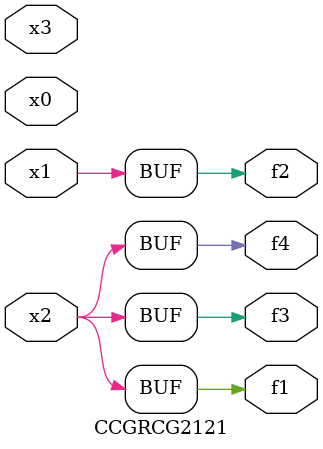
<source format=v>
module CCGRCG2121(
	input x0, x1, x2, x3,
	output f1, f2, f3, f4
);
	assign f1 = x2;
	assign f2 = x1;
	assign f3 = x2;
	assign f4 = x2;
endmodule

</source>
